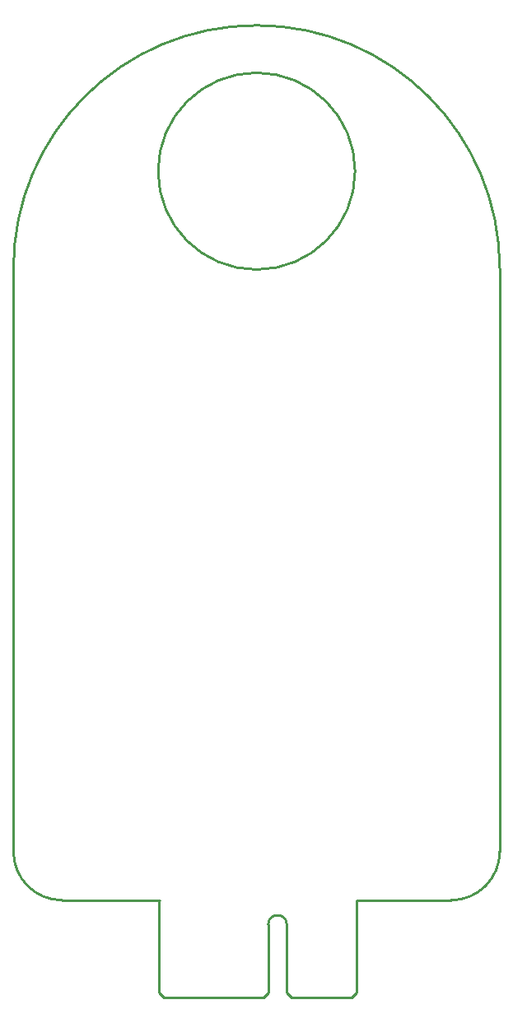
<source format=gko>
G04 Layer: BoardOutlineLayer*
G04 EasyEDA v6.5.20, 2023-01-09 08:49:07*
G04 a67cddfb3fce44daa9051d46cbbcc19f,10*
G04 Gerber Generator version 0.2*
G04 Scale: 100 percent, Rotated: No, Reflected: No *
G04 Dimensions in millimeters *
G04 leading zeros omitted , absolute positions ,4 integer and 5 decimal *
%FSLAX45Y45*%
%MOMM*%

%ADD10C,0.2540*%
D10*
X4499990Y999997D02*
G01*
X3529992Y999997D01*
X1499996Y999997D02*
G01*
X499998Y999997D01*
X0Y7499858D02*
G01*
X0Y1499996D01*
X4999990Y7499858D02*
G01*
X4999990Y1499996D01*
G75*
G01*
X4999990Y7499985D02*
G03*
X0Y7499985I-2499995J0D01*
G75*
G01*
X0Y1499997D02*
G03*
X499999Y999998I499999J0D01*
G75*
G01*
X4499991Y999998D02*
G03*
X4999990Y1499997I0J499999D01*
X2809770Y750125D02*
G01*
X2809770Y50098D01*
X2859808Y60D01*
X3479812Y60D01*
X3529858Y50098D01*
X3529858Y1000048D01*
X1498889Y1000048D02*
G01*
X1499887Y50065D01*
X1549930Y48D01*
X2569992Y50D01*
X2619776Y50104D01*
X2619776Y750128D01*
G75*
G01*
X2619888Y750062D02*
G02*
X2809954Y751218I95037J-47D01*
G75*
G01*
X1487297Y8499983D02*
G02*
X3512693Y8499983I1012698J0D01*
G75*
G01*
X3512693Y8499983D02*
G02*
X1487297Y8499983I-1012698J0D01*
X1487296Y8499983D02*
G01*
X1487296Y8499983D01*

%LPD*%
M02*

</source>
